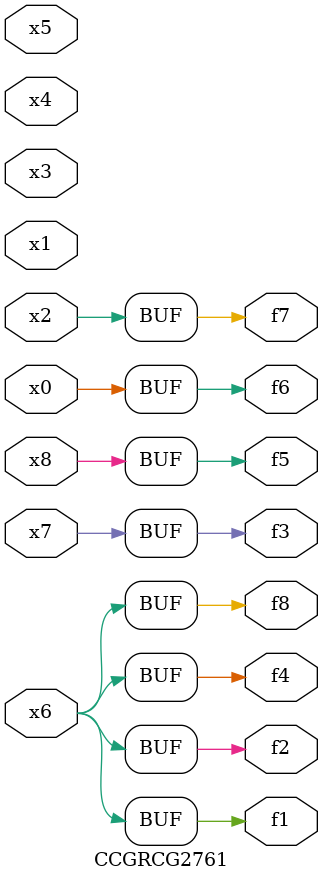
<source format=v>
module CCGRCG2761(
	input x0, x1, x2, x3, x4, x5, x6, x7, x8,
	output f1, f2, f3, f4, f5, f6, f7, f8
);
	assign f1 = x6;
	assign f2 = x6;
	assign f3 = x7;
	assign f4 = x6;
	assign f5 = x8;
	assign f6 = x0;
	assign f7 = x2;
	assign f8 = x6;
endmodule

</source>
